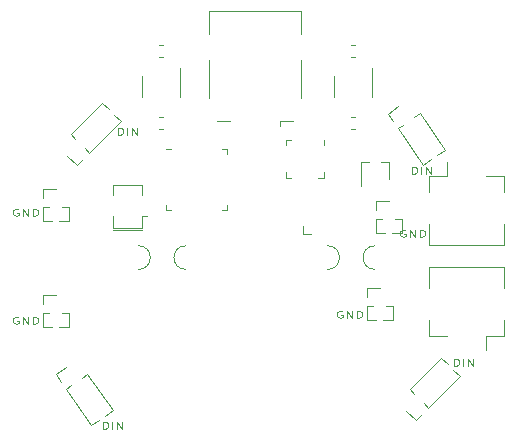
<source format=gto>
G04 #@! TF.GenerationSoftware,KiCad,Pcbnew,(5.1.0)-1*
G04 #@! TF.CreationDate,2019-03-21T22:27:28+11:00*
G04 #@! TF.ProjectId,top-hemi,746f702d-6865-46d6-992e-6b696361645f,rev?*
G04 #@! TF.SameCoordinates,Original*
G04 #@! TF.FileFunction,Legend,Top*
G04 #@! TF.FilePolarity,Positive*
%FSLAX46Y46*%
G04 Gerber Fmt 4.6, Leading zero omitted, Abs format (unit mm)*
G04 Created by KiCad (PCBNEW (5.1.0)-1) date 2019-03-21 22:27:28*
%MOMM*%
%LPD*%
G04 APERTURE LIST*
%ADD10C,0.120000*%
%ADD11C,0.100000*%
G04 APERTURE END LIST*
D10*
X145694476Y-86314000D02*
X145618285Y-86285428D01*
X145504000Y-86285428D01*
X145389714Y-86314000D01*
X145313523Y-86371142D01*
X145275428Y-86428285D01*
X145237333Y-86542571D01*
X145237333Y-86628285D01*
X145275428Y-86742571D01*
X145313523Y-86799714D01*
X145389714Y-86856857D01*
X145504000Y-86885428D01*
X145580190Y-86885428D01*
X145694476Y-86856857D01*
X145732571Y-86828285D01*
X145732571Y-86628285D01*
X145580190Y-86628285D01*
X146075428Y-86885428D02*
X146075428Y-86285428D01*
X146532571Y-86885428D01*
X146532571Y-86285428D01*
X146913523Y-86885428D02*
X146913523Y-86285428D01*
X147104000Y-86285428D01*
X147218285Y-86314000D01*
X147294476Y-86371142D01*
X147332571Y-86428285D01*
X147370666Y-86542571D01*
X147370666Y-86628285D01*
X147332571Y-86742571D01*
X147294476Y-86799714D01*
X147218285Y-86856857D01*
X147104000Y-86885428D01*
X146913523Y-86885428D01*
X140360476Y-93172000D02*
X140284285Y-93143428D01*
X140170000Y-93143428D01*
X140055714Y-93172000D01*
X139979523Y-93229142D01*
X139941428Y-93286285D01*
X139903333Y-93400571D01*
X139903333Y-93486285D01*
X139941428Y-93600571D01*
X139979523Y-93657714D01*
X140055714Y-93714857D01*
X140170000Y-93743428D01*
X140246190Y-93743428D01*
X140360476Y-93714857D01*
X140398571Y-93686285D01*
X140398571Y-93486285D01*
X140246190Y-93486285D01*
X140741428Y-93743428D02*
X140741428Y-93143428D01*
X141198571Y-93743428D01*
X141198571Y-93143428D01*
X141579523Y-93743428D02*
X141579523Y-93143428D01*
X141770000Y-93143428D01*
X141884285Y-93172000D01*
X141960476Y-93229142D01*
X141998571Y-93286285D01*
X142036666Y-93400571D01*
X142036666Y-93486285D01*
X141998571Y-93600571D01*
X141960476Y-93657714D01*
X141884285Y-93714857D01*
X141770000Y-93743428D01*
X141579523Y-93743428D01*
X112928476Y-93680000D02*
X112852285Y-93651428D01*
X112738000Y-93651428D01*
X112623714Y-93680000D01*
X112547523Y-93737142D01*
X112509428Y-93794285D01*
X112471333Y-93908571D01*
X112471333Y-93994285D01*
X112509428Y-94108571D01*
X112547523Y-94165714D01*
X112623714Y-94222857D01*
X112738000Y-94251428D01*
X112814190Y-94251428D01*
X112928476Y-94222857D01*
X112966571Y-94194285D01*
X112966571Y-93994285D01*
X112814190Y-93994285D01*
X113309428Y-94251428D02*
X113309428Y-93651428D01*
X113766571Y-94251428D01*
X113766571Y-93651428D01*
X114147523Y-94251428D02*
X114147523Y-93651428D01*
X114338000Y-93651428D01*
X114452285Y-93680000D01*
X114528476Y-93737142D01*
X114566571Y-93794285D01*
X114604666Y-93908571D01*
X114604666Y-93994285D01*
X114566571Y-94108571D01*
X114528476Y-94165714D01*
X114452285Y-94222857D01*
X114338000Y-94251428D01*
X114147523Y-94251428D01*
X112928476Y-84536000D02*
X112852285Y-84507428D01*
X112738000Y-84507428D01*
X112623714Y-84536000D01*
X112547523Y-84593142D01*
X112509428Y-84650285D01*
X112471333Y-84764571D01*
X112471333Y-84850285D01*
X112509428Y-84964571D01*
X112547523Y-85021714D01*
X112623714Y-85078857D01*
X112738000Y-85107428D01*
X112814190Y-85107428D01*
X112928476Y-85078857D01*
X112966571Y-85050285D01*
X112966571Y-84850285D01*
X112814190Y-84850285D01*
X113309428Y-85107428D02*
X113309428Y-84507428D01*
X113766571Y-85107428D01*
X113766571Y-84507428D01*
X114147523Y-85107428D02*
X114147523Y-84507428D01*
X114338000Y-84507428D01*
X114452285Y-84536000D01*
X114528476Y-84593142D01*
X114566571Y-84650285D01*
X114604666Y-84764571D01*
X114604666Y-84850285D01*
X114566571Y-84964571D01*
X114528476Y-85021714D01*
X114452285Y-85078857D01*
X114338000Y-85107428D01*
X114147523Y-85107428D01*
X149802952Y-97807428D02*
X149802952Y-97207428D01*
X149993428Y-97207428D01*
X150107714Y-97236000D01*
X150183904Y-97293142D01*
X150222000Y-97350285D01*
X150260095Y-97464571D01*
X150260095Y-97550285D01*
X150222000Y-97664571D01*
X150183904Y-97721714D01*
X150107714Y-97778857D01*
X149993428Y-97807428D01*
X149802952Y-97807428D01*
X150602952Y-97807428D02*
X150602952Y-97207428D01*
X150983904Y-97807428D02*
X150983904Y-97207428D01*
X151441047Y-97807428D01*
X151441047Y-97207428D01*
X120084952Y-103141428D02*
X120084952Y-102541428D01*
X120275428Y-102541428D01*
X120389714Y-102570000D01*
X120465904Y-102627142D01*
X120504000Y-102684285D01*
X120542095Y-102798571D01*
X120542095Y-102884285D01*
X120504000Y-102998571D01*
X120465904Y-103055714D01*
X120389714Y-103112857D01*
X120275428Y-103141428D01*
X120084952Y-103141428D01*
X120884952Y-103141428D02*
X120884952Y-102541428D01*
X121265904Y-103141428D02*
X121265904Y-102541428D01*
X121723047Y-103141428D01*
X121723047Y-102541428D01*
X146246952Y-81551428D02*
X146246952Y-80951428D01*
X146437428Y-80951428D01*
X146551714Y-80980000D01*
X146627904Y-81037142D01*
X146666000Y-81094285D01*
X146704095Y-81208571D01*
X146704095Y-81294285D01*
X146666000Y-81408571D01*
X146627904Y-81465714D01*
X146551714Y-81522857D01*
X146437428Y-81551428D01*
X146246952Y-81551428D01*
X147046952Y-81551428D02*
X147046952Y-80951428D01*
X147427904Y-81551428D02*
X147427904Y-80951428D01*
X147885047Y-81551428D01*
X147885047Y-80951428D01*
X121354952Y-78249428D02*
X121354952Y-77649428D01*
X121545428Y-77649428D01*
X121659714Y-77678000D01*
X121735904Y-77735142D01*
X121774000Y-77792285D01*
X121812095Y-77906571D01*
X121812095Y-77992285D01*
X121774000Y-78106571D01*
X121735904Y-78163714D01*
X121659714Y-78220857D01*
X121545428Y-78249428D01*
X121354952Y-78249428D01*
X122154952Y-78249428D02*
X122154952Y-77649428D01*
X122535904Y-78249428D02*
X122535904Y-77649428D01*
X122993047Y-78249428D01*
X122993047Y-77649428D01*
X121572405Y-77101372D02*
X121004973Y-76533940D01*
X120570060Y-76099027D02*
X120002628Y-75531595D01*
X118924290Y-79749487D02*
X121572405Y-77101372D01*
X117354513Y-78179710D02*
X120002628Y-75531595D01*
X118924290Y-79749487D02*
X118537835Y-79363033D01*
X117740967Y-78566165D02*
X117354513Y-78179710D01*
X118386889Y-80286889D02*
X117849487Y-80824290D01*
X117849487Y-80824290D02*
X117064599Y-80039401D01*
D11*
X127095000Y-87646000D02*
G75*
G03X127095000Y-89646000I0J-1000000D01*
G01*
X123095000Y-89646000D02*
G75*
G03X123095000Y-87646000I0J1000000D01*
G01*
D10*
X137033000Y-86614000D02*
X137033000Y-85979000D01*
X137668000Y-86614000D02*
X137033000Y-86614000D01*
D11*
X143109000Y-87646000D02*
G75*
G03X143109000Y-89646000I0J-1000000D01*
G01*
X139109000Y-89646000D02*
G75*
G03X139109000Y-87646000I0J1000000D01*
G01*
D10*
X141386779Y-70610000D02*
X141061221Y-70610000D01*
X141386779Y-71630000D02*
X141061221Y-71630000D01*
X124805221Y-71630000D02*
X125130779Y-71630000D01*
X124805221Y-70610000D02*
X125130779Y-70610000D01*
X125130779Y-77726000D02*
X124805221Y-77726000D01*
X125130779Y-76706000D02*
X124805221Y-76706000D01*
X141386779Y-77726000D02*
X141061221Y-77726000D01*
X141386779Y-76706000D02*
X141061221Y-76706000D01*
X143629000Y-80550000D02*
X144289000Y-80550000D01*
X141969000Y-80550000D02*
X142629000Y-80550000D01*
X141969000Y-80550000D02*
X141969000Y-82580000D01*
X144289000Y-81960000D02*
X144289000Y-80550000D01*
X129059000Y-67750000D02*
X136879000Y-67750000D01*
X135079000Y-77070000D02*
X135079000Y-77500000D01*
X129059000Y-67750000D02*
X129059000Y-69700000D01*
X129059000Y-71920000D02*
X129059000Y-75150000D01*
X130859000Y-77070000D02*
X129779000Y-77070000D01*
X136159000Y-77070000D02*
X135079000Y-77070000D01*
X136879000Y-71920000D02*
X136879000Y-75150000D01*
X136879000Y-67750000D02*
X136879000Y-69700000D01*
X149216000Y-81758000D02*
X149216000Y-80558000D01*
X154026000Y-87558000D02*
X154026000Y-85818000D01*
X147726000Y-87558000D02*
X154026000Y-87558000D01*
X147726000Y-85818000D02*
X147726000Y-87558000D01*
X154026000Y-81758000D02*
X154026000Y-83098000D01*
X152536000Y-81758000D02*
X154026000Y-81758000D01*
X147726000Y-81758000D02*
X147726000Y-83098000D01*
X149216000Y-81758000D02*
X147726000Y-81758000D01*
X152536000Y-95280000D02*
X154026000Y-95280000D01*
X154026000Y-95280000D02*
X154026000Y-93940000D01*
X149216000Y-95280000D02*
X147726000Y-95280000D01*
X147726000Y-95280000D02*
X147726000Y-93940000D01*
X154026000Y-91220000D02*
X154026000Y-89480000D01*
X154026000Y-89480000D02*
X147726000Y-89480000D01*
X147726000Y-89480000D02*
X147726000Y-91220000D01*
X152536000Y-95280000D02*
X152536000Y-96480000D01*
X142834000Y-75068000D02*
X142834000Y-72618000D01*
X139614000Y-73268000D02*
X139614000Y-75068000D01*
X123358000Y-73268000D02*
X123358000Y-75068000D01*
X126578000Y-75068000D02*
X126578000Y-72618000D01*
X138770000Y-81399000D02*
X138770000Y-81874000D01*
X138770000Y-81874000D02*
X138295000Y-81874000D01*
X135550000Y-79129000D02*
X135550000Y-78654000D01*
X135550000Y-78654000D02*
X136025000Y-78654000D01*
X135550000Y-81399000D02*
X135550000Y-81874000D01*
X135550000Y-81874000D02*
X136025000Y-81874000D01*
X138770000Y-79129000D02*
X138770000Y-78654000D01*
X123374000Y-82528000D02*
X123374000Y-83328000D01*
X120974000Y-82528000D02*
X122974000Y-82528000D01*
X120974000Y-83328000D02*
X120974000Y-82528000D01*
X120974000Y-86128000D02*
X120974000Y-85128000D01*
X122974000Y-86128000D02*
X120974000Y-86128000D01*
X123374000Y-85128000D02*
X123374000Y-86128000D01*
X123374000Y-85128000D02*
X123774000Y-85128000D01*
X120974000Y-86328000D02*
X122974000Y-86328000D01*
X122974000Y-82528000D02*
X123374000Y-82528000D01*
X122974000Y-86128000D02*
X123374000Y-86128000D01*
X122974000Y-86328000D02*
X123374000Y-86328000D01*
X144196823Y-76468114D02*
X145106082Y-75831444D01*
X144632741Y-77090670D02*
X144196823Y-76468114D01*
X146439487Y-76753362D02*
X146887177Y-76439886D01*
X145068659Y-77713225D02*
X145516350Y-77399749D01*
X146887177Y-76439886D02*
X149035221Y-79507610D01*
X145068659Y-77713225D02*
X147216703Y-80780950D01*
X148377876Y-79967888D02*
X149035221Y-79507610D01*
X147216703Y-80780950D02*
X147874048Y-80320672D01*
X119089819Y-102830304D02*
X119747164Y-102370026D01*
X120250992Y-102017242D02*
X120908337Y-101556964D01*
X116941775Y-99762579D02*
X119089819Y-102830304D01*
X118760293Y-98489240D02*
X120908337Y-101556964D01*
X116941775Y-99762579D02*
X117389466Y-99449103D01*
X118312603Y-98802716D02*
X118760293Y-98489240D01*
X116505857Y-99140024D02*
X116069939Y-98517468D01*
X116069939Y-98517468D02*
X116979198Y-97880798D01*
X146551487Y-102414290D02*
X145766599Y-101629401D01*
X147088889Y-101876889D02*
X146551487Y-102414290D01*
X146442967Y-100156165D02*
X146056513Y-99769710D01*
X147626290Y-101339487D02*
X147239835Y-100953033D01*
X146056513Y-99769710D02*
X148704628Y-97121595D01*
X147626290Y-101339487D02*
X150274405Y-98691372D01*
X149272060Y-97689027D02*
X148704628Y-97121595D01*
X150274405Y-98691372D02*
X149706973Y-98123940D01*
X114968000Y-82806000D02*
X116078000Y-82806000D01*
X114968000Y-83566000D02*
X114968000Y-82806000D01*
X116641471Y-84326000D02*
X117188000Y-84326000D01*
X114968000Y-84326000D02*
X115514529Y-84326000D01*
X117188000Y-84326000D02*
X117188000Y-85531000D01*
X114968000Y-84326000D02*
X114968000Y-85531000D01*
X116385530Y-85531000D02*
X117188000Y-85531000D01*
X114968000Y-85531000D02*
X115770470Y-85531000D01*
X143162000Y-86547000D02*
X143964470Y-86547000D01*
X144579530Y-86547000D02*
X145382000Y-86547000D01*
X143162000Y-85342000D02*
X143162000Y-86547000D01*
X145382000Y-85342000D02*
X145382000Y-86547000D01*
X143162000Y-85342000D02*
X143708529Y-85342000D01*
X144835471Y-85342000D02*
X145382000Y-85342000D01*
X143162000Y-84582000D02*
X143162000Y-83822000D01*
X143162000Y-83822000D02*
X144272000Y-83822000D01*
X114968000Y-91823000D02*
X116078000Y-91823000D01*
X114968000Y-92583000D02*
X114968000Y-91823000D01*
X116641471Y-93343000D02*
X117188000Y-93343000D01*
X114968000Y-93343000D02*
X115514529Y-93343000D01*
X117188000Y-93343000D02*
X117188000Y-94548000D01*
X114968000Y-93343000D02*
X114968000Y-94548000D01*
X116385530Y-94548000D02*
X117188000Y-94548000D01*
X114968000Y-94548000D02*
X115770470Y-94548000D01*
X142400000Y-93913000D02*
X143202470Y-93913000D01*
X143817530Y-93913000D02*
X144620000Y-93913000D01*
X142400000Y-92708000D02*
X142400000Y-93913000D01*
X144620000Y-92708000D02*
X144620000Y-93913000D01*
X142400000Y-92708000D02*
X142946529Y-92708000D01*
X144073471Y-92708000D02*
X144620000Y-92708000D01*
X142400000Y-91948000D02*
X142400000Y-91188000D01*
X142400000Y-91188000D02*
X143510000Y-91188000D01*
X130151000Y-79432000D02*
X130626000Y-79432000D01*
X130626000Y-79432000D02*
X130626000Y-79907000D01*
X125881000Y-84652000D02*
X125406000Y-84652000D01*
X125406000Y-84652000D02*
X125406000Y-84177000D01*
X130151000Y-84652000D02*
X130626000Y-84652000D01*
X130626000Y-84652000D02*
X130626000Y-84177000D01*
X125881000Y-79432000D02*
X125406000Y-79432000D01*
M02*

</source>
